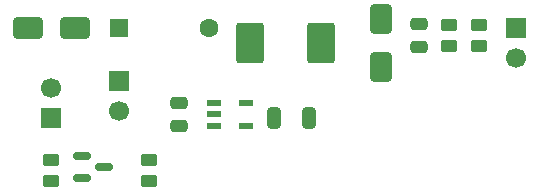
<source format=gts>
%TF.GenerationSoftware,KiCad,Pcbnew,9.0.6-9.0.6~ubuntu24.04.1*%
%TF.CreationDate,2025-11-30T18:55:52-06:00*%
%TF.ProjectId,solar_power_supply,736f6c61-725f-4706-9f77-65725f737570,v1*%
%TF.SameCoordinates,Original*%
%TF.FileFunction,Soldermask,Top*%
%TF.FilePolarity,Negative*%
%FSLAX46Y46*%
G04 Gerber Fmt 4.6, Leading zero omitted, Abs format (unit mm)*
G04 Created by KiCad (PCBNEW 9.0.6-9.0.6~ubuntu24.04.1) date 2025-11-30 18:55:52*
%MOMM*%
%LPD*%
G01*
G04 APERTURE LIST*
G04 Aperture macros list*
%AMRoundRect*
0 Rectangle with rounded corners*
0 $1 Rounding radius*
0 $2 $3 $4 $5 $6 $7 $8 $9 X,Y pos of 4 corners*
0 Add a 4 corners polygon primitive as box body*
4,1,4,$2,$3,$4,$5,$6,$7,$8,$9,$2,$3,0*
0 Add four circle primitives for the rounded corners*
1,1,$1+$1,$2,$3*
1,1,$1+$1,$4,$5*
1,1,$1+$1,$6,$7*
1,1,$1+$1,$8,$9*
0 Add four rect primitives between the rounded corners*
20,1,$1+$1,$2,$3,$4,$5,0*
20,1,$1+$1,$4,$5,$6,$7,0*
20,1,$1+$1,$6,$7,$8,$9,0*
20,1,$1+$1,$8,$9,$2,$3,0*%
G04 Aperture macros list end*
%ADD10RoundRect,0.250000X-0.550000X-0.550000X0.550000X-0.550000X0.550000X0.550000X-0.550000X0.550000X0*%
%ADD11C,1.600000*%
%ADD12R,1.181100X0.558800*%
%ADD13RoundRect,0.250000X0.450000X-0.262500X0.450000X0.262500X-0.450000X0.262500X-0.450000X-0.262500X0*%
%ADD14RoundRect,0.150000X-0.587500X-0.150000X0.587500X-0.150000X0.587500X0.150000X-0.587500X0.150000X0*%
%ADD15RoundRect,0.235000X-0.940000X-1.465000X0.940000X-1.465000X0.940000X1.465000X-0.940000X1.465000X0*%
%ADD16R,1.700000X1.700000*%
%ADD17C,1.700000*%
%ADD18RoundRect,0.250000X-1.000000X-0.650000X1.000000X-0.650000X1.000000X0.650000X-1.000000X0.650000X0*%
%ADD19RoundRect,0.250000X0.650000X-1.000000X0.650000X1.000000X-0.650000X1.000000X-0.650000X-1.000000X0*%
%ADD20RoundRect,0.250000X0.475000X-0.250000X0.475000X0.250000X-0.475000X0.250000X-0.475000X-0.250000X0*%
%ADD21RoundRect,0.250000X-0.325000X-0.650000X0.325000X-0.650000X0.325000X0.650000X-0.325000X0.650000X0*%
G04 APERTURE END LIST*
D10*
%TO.C,J3*%
X124460000Y-88900000D03*
D11*
X132080000Y-88900000D03*
%TD*%
D12*
%TO.C,U1*%
X132524550Y-95249999D03*
X132524550Y-96200000D03*
X132524550Y-97150001D03*
X135255050Y-97150001D03*
X135255050Y-95249999D03*
%TD*%
D13*
%TO.C,R4*%
X118745000Y-101877500D03*
X118745000Y-100052500D03*
%TD*%
%TO.C,R3*%
X127000000Y-101877500D03*
X127000000Y-100052500D03*
%TD*%
%TO.C,R2*%
X154940000Y-90447500D03*
X154940000Y-88622500D03*
%TD*%
%TO.C,R1*%
X152400000Y-90447500D03*
X152400000Y-88622500D03*
%TD*%
D14*
%TO.C,Q1*%
X121315000Y-99695000D03*
X121315000Y-101595000D03*
X123190000Y-100645000D03*
%TD*%
D15*
%TO.C,L1*%
X135555000Y-90170000D03*
X141605000Y-90170000D03*
%TD*%
D16*
%TO.C,J4*%
X118745000Y-96520000D03*
D17*
X118745000Y-93980000D03*
%TD*%
D16*
%TO.C,J2*%
X124460000Y-93345000D03*
D17*
X124460000Y-95885000D03*
%TD*%
D16*
%TO.C,J1*%
X158115000Y-88900000D03*
D17*
X158115000Y-91440000D03*
%TD*%
D18*
%TO.C,D2*%
X116745000Y-88900000D03*
X120745000Y-88900000D03*
%TD*%
D19*
%TO.C,D1*%
X146685000Y-92170000D03*
X146685000Y-88170000D03*
%TD*%
D20*
%TO.C,C3*%
X149860000Y-90485000D03*
X149860000Y-88585000D03*
%TD*%
D21*
%TO.C,C2*%
X137590000Y-96520000D03*
X140540000Y-96520000D03*
%TD*%
D20*
%TO.C,C1*%
X129540000Y-97150000D03*
X129540000Y-95250000D03*
%TD*%
M02*

</source>
